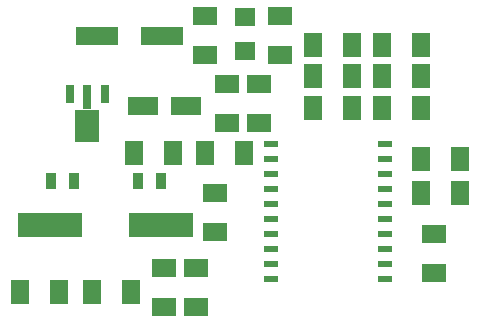
<source format=gtp>
G04 (created by PCBNEW (2013-07-07 BZR 4022)-stable) date 16/12/2013 13:18:01*
%MOIN*%
G04 Gerber Fmt 3.4, Leading zero omitted, Abs format*
%FSLAX34Y34*%
G01*
G70*
G90*
G04 APERTURE LIST*
%ADD10C,0.00393701*%
%ADD11R,0.0276X0.063*%
%ADD12R,0.0276X0.0827*%
%ADD13R,0.0787X0.1083*%
%ADD14R,0.08X0.06*%
%ADD15R,0.06X0.08*%
%ADD16R,0.035X0.055*%
%ADD17R,0.2165X0.0787*%
%ADD18R,0.0709X0.0629*%
%ADD19R,0.1417X0.063*%
%ADD20R,0.1024X0.063*%
%ADD21R,0.05X0.02*%
G04 APERTURE END LIST*
G54D10*
G54D11*
X29724Y-11751D03*
G54D12*
X29133Y-11849D03*
G54D11*
X28542Y-11751D03*
G54D13*
X29133Y-12794D03*
G54D14*
X40700Y-16400D03*
X40700Y-17700D03*
X31700Y-17550D03*
X31700Y-18850D03*
G54D15*
X30700Y-13700D03*
X32000Y-13700D03*
X33050Y-13700D03*
X34350Y-13700D03*
G54D14*
X33050Y-9150D03*
X33050Y-10450D03*
X32750Y-17550D03*
X32750Y-18850D03*
X33800Y-11400D03*
X33800Y-12700D03*
X35550Y-10450D03*
X35550Y-9150D03*
X33400Y-16350D03*
X33400Y-15050D03*
X34850Y-12700D03*
X34850Y-11400D03*
G54D15*
X40250Y-15050D03*
X41550Y-15050D03*
X40250Y-13900D03*
X41550Y-13900D03*
X38950Y-12200D03*
X40250Y-12200D03*
X36650Y-12200D03*
X37950Y-12200D03*
X40250Y-11150D03*
X38950Y-11150D03*
X40250Y-10100D03*
X38950Y-10100D03*
X37950Y-10100D03*
X36650Y-10100D03*
X37950Y-11150D03*
X36650Y-11150D03*
G54D16*
X27925Y-14650D03*
X28675Y-14650D03*
X31575Y-14650D03*
X30825Y-14650D03*
G54D17*
X27900Y-16100D03*
X31600Y-16100D03*
G54D18*
X34400Y-9191D03*
X34400Y-10309D03*
G54D19*
X29467Y-9800D03*
X31633Y-9800D03*
G54D20*
X32409Y-12150D03*
X30991Y-12150D03*
G54D15*
X26900Y-18350D03*
X28200Y-18350D03*
X29300Y-18350D03*
X30600Y-18350D03*
G54D21*
X39050Y-17900D03*
X39050Y-17400D03*
X39050Y-16900D03*
X39050Y-16400D03*
X39050Y-15900D03*
X39050Y-15400D03*
X39050Y-14900D03*
X39050Y-14400D03*
X39050Y-13900D03*
X39050Y-13400D03*
X35250Y-13400D03*
X35250Y-13900D03*
X35250Y-14400D03*
X35250Y-14900D03*
X35250Y-15400D03*
X35250Y-15900D03*
X35250Y-16400D03*
X35250Y-16900D03*
X35250Y-17400D03*
X35250Y-17900D03*
M02*

</source>
